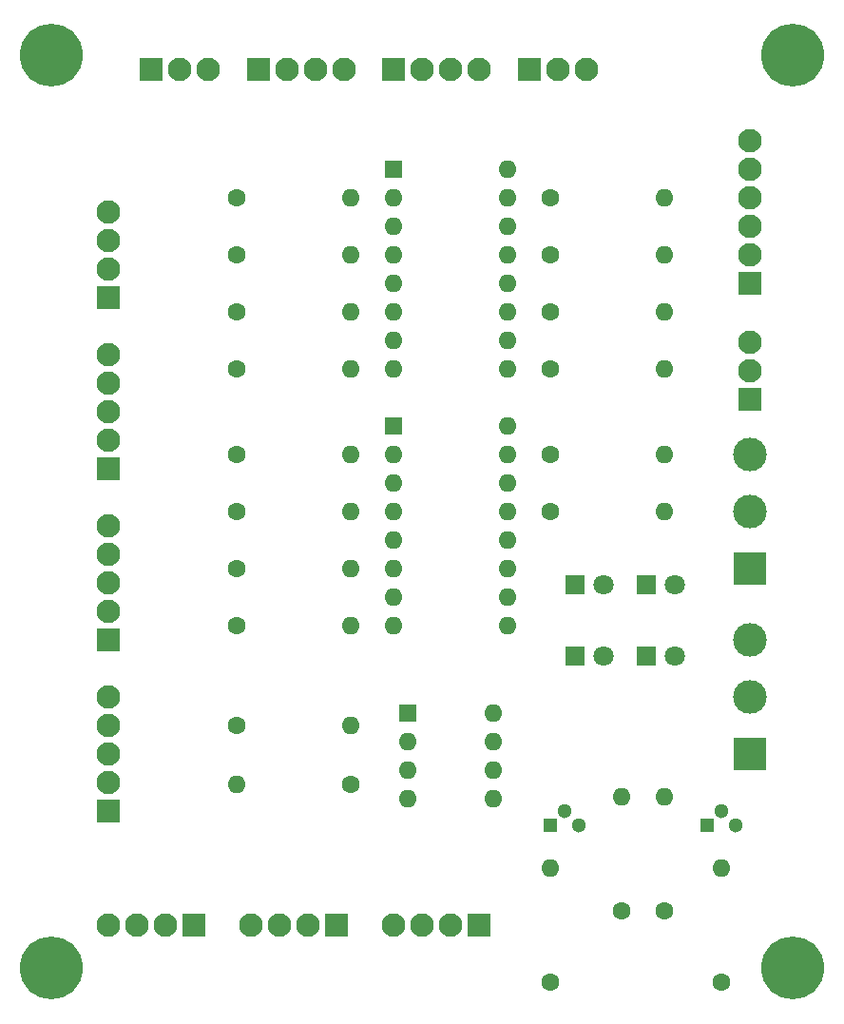
<source format=gbr>
%TF.GenerationSoftware,KiCad,Pcbnew,(6.0.2)*%
%TF.CreationDate,2022-02-22T20:29:46+01:00*%
%TF.ProjectId,fondo,666f6e64-6f2e-46b6-9963-61645f706362,rev?*%
%TF.SameCoordinates,Original*%
%TF.FileFunction,Soldermask,Top*%
%TF.FilePolarity,Negative*%
%FSLAX46Y46*%
G04 Gerber Fmt 4.6, Leading zero omitted, Abs format (unit mm)*
G04 Created by KiCad (PCBNEW (6.0.2)) date 2022-02-22 20:29:46*
%MOMM*%
%LPD*%
G01*
G04 APERTURE LIST*
%ADD10R,3.000000X3.000000*%
%ADD11C,3.000000*%
%ADD12R,1.600000X1.600000*%
%ADD13O,1.600000X1.600000*%
%ADD14C,5.600000*%
%ADD15C,1.600000*%
%ADD16R,2.100000X2.100000*%
%ADD17C,2.100000*%
%ADD18R,1.300000X1.300000*%
%ADD19C,1.300000*%
%ADD20R,1.800000X1.800000*%
%ADD21C,1.800000*%
G04 APERTURE END LIST*
D10*
%TO.C,J0*%
X173990000Y-115428361D03*
D11*
X173990000Y-110348361D03*
X173990000Y-105268361D03*
%TD*%
D12*
%TO.C,U3*%
X143520000Y-111770000D03*
D13*
X143520000Y-114310000D03*
X143520000Y-116850000D03*
X143520000Y-119390000D03*
X151140000Y-119390000D03*
X151140000Y-116850000D03*
X151140000Y-114310000D03*
X151140000Y-111770000D03*
%TD*%
D14*
%TO.C,H4*%
X177800000Y-134478361D03*
%TD*%
D15*
%TO.C,R3*%
X128270000Y-76058361D03*
D13*
X138430000Y-76058361D03*
%TD*%
D16*
%TO.C,J14*%
X137165000Y-130668361D03*
D17*
X134625000Y-130668361D03*
X132085000Y-130668361D03*
X129545000Y-130668361D03*
%TD*%
D18*
%TO.C,Q1*%
X156210000Y-121778361D03*
D19*
X157480000Y-120508361D03*
X158750000Y-121778361D03*
%TD*%
D14*
%TO.C,H2*%
X177800000Y-53198361D03*
%TD*%
D20*
%TO.C,D4*%
X164734775Y-106680000D03*
D21*
X167274775Y-106680000D03*
%TD*%
D15*
%TO.C,R9*%
X128270000Y-88758361D03*
D13*
X138430000Y-88758361D03*
%TD*%
D15*
%TO.C,R11*%
X128270000Y-98918361D03*
D13*
X138430000Y-98918361D03*
%TD*%
D20*
%TO.C,D1*%
X158384775Y-100330000D03*
D21*
X160924775Y-100330000D03*
%TD*%
D18*
%TO.C,Q2*%
X170180000Y-121778361D03*
D19*
X171450000Y-120508361D03*
X172720000Y-121778361D03*
%TD*%
D16*
%TO.C,J13*%
X149860000Y-130668361D03*
D17*
X147320000Y-130668361D03*
X144780000Y-130668361D03*
X142240000Y-130668361D03*
%TD*%
D15*
%TO.C,R4*%
X128270000Y-81138361D03*
D13*
X138430000Y-81138361D03*
%TD*%
D15*
%TO.C,R15*%
X138430000Y-118110000D03*
D13*
X128270000Y-118110000D03*
%TD*%
D15*
%TO.C,R1*%
X128270000Y-65898361D03*
D13*
X138430000Y-65898361D03*
%TD*%
D16*
%TO.C,J6*%
X130170000Y-54468361D03*
D17*
X132710000Y-54468361D03*
X135250000Y-54468361D03*
X137790000Y-54468361D03*
%TD*%
D15*
%TO.C,R2*%
X128270000Y-70978361D03*
D13*
X138430000Y-70978361D03*
%TD*%
D15*
%TO.C,R13*%
X156210000Y-88758361D03*
D13*
X166370000Y-88758361D03*
%TD*%
D16*
%TO.C,J11*%
X173990000Y-83820000D03*
D17*
X173990000Y-81280000D03*
X173990000Y-78740000D03*
%TD*%
D16*
%TO.C,J12*%
X124470000Y-130668361D03*
D17*
X121930000Y-130668361D03*
X119390000Y-130668361D03*
X116850000Y-130668361D03*
%TD*%
D16*
%TO.C,J3*%
X116840000Y-90028361D03*
D17*
X116840000Y-87488361D03*
X116840000Y-84948361D03*
X116840000Y-82408361D03*
X116840000Y-79868361D03*
%TD*%
D15*
%TO.C,R17*%
X156210000Y-135748361D03*
D13*
X156210000Y-125588361D03*
%TD*%
D14*
%TO.C,H1*%
X111760000Y-53198361D03*
%TD*%
D12*
%TO.C,U2*%
X142250000Y-86233361D03*
D13*
X142250000Y-88773361D03*
X142250000Y-91313361D03*
X142250000Y-93853361D03*
X142250000Y-96393361D03*
X142250000Y-98933361D03*
X142250000Y-101473361D03*
X142250000Y-104013361D03*
X152410000Y-104013361D03*
X152410000Y-101473361D03*
X152410000Y-98933361D03*
X152410000Y-96393361D03*
X152410000Y-93853361D03*
X152410000Y-91313361D03*
X152410000Y-88773361D03*
X152410000Y-86233361D03*
%TD*%
D15*
%TO.C,R12*%
X128270000Y-103998361D03*
D13*
X138430000Y-103998361D03*
%TD*%
D15*
%TO.C,R20*%
X166370000Y-129398361D03*
D13*
X166370000Y-119238361D03*
%TD*%
D15*
%TO.C,R10*%
X128270000Y-93838361D03*
D13*
X138430000Y-93838361D03*
%TD*%
D16*
%TO.C,J9*%
X173990000Y-73518361D03*
D17*
X173990000Y-70978361D03*
X173990000Y-68438361D03*
X173990000Y-65898361D03*
X173990000Y-63358361D03*
X173990000Y-60818361D03*
%TD*%
D15*
%TO.C,R6*%
X156210000Y-70978361D03*
D13*
X166370000Y-70978361D03*
%TD*%
D16*
%TO.C,J5*%
X120650000Y-54468361D03*
D17*
X123190000Y-54468361D03*
X125730000Y-54468361D03*
%TD*%
D15*
%TO.C,R14*%
X156210000Y-93838361D03*
D13*
X166370000Y-93838361D03*
%TD*%
D16*
%TO.C,J8*%
X154357992Y-54459946D03*
D17*
X156897992Y-54459946D03*
X159437992Y-54459946D03*
%TD*%
D16*
%TO.C,J4*%
X116840000Y-74793361D03*
D17*
X116840000Y-72253361D03*
X116840000Y-69713361D03*
X116840000Y-67173361D03*
%TD*%
D15*
%TO.C,R19*%
X171450000Y-135748361D03*
D13*
X171450000Y-125588361D03*
%TD*%
D15*
%TO.C,R18*%
X162560000Y-129398361D03*
D13*
X162560000Y-119238361D03*
%TD*%
D12*
%TO.C,U1*%
X142250000Y-63373361D03*
D13*
X142250000Y-65913361D03*
X142250000Y-68453361D03*
X142250000Y-70993361D03*
X142250000Y-73533361D03*
X142250000Y-76073361D03*
X142250000Y-78613361D03*
X142250000Y-81153361D03*
X152410000Y-81153361D03*
X152410000Y-78613361D03*
X152410000Y-76073361D03*
X152410000Y-73533361D03*
X152410000Y-70993361D03*
X152410000Y-68453361D03*
X152410000Y-65913361D03*
X152410000Y-63373361D03*
%TD*%
D16*
%TO.C,J7*%
X142240000Y-54472329D03*
D17*
X144780000Y-54472329D03*
X147320000Y-54472329D03*
X149860000Y-54472329D03*
%TD*%
D10*
%TO.C,J10*%
X173990000Y-98918361D03*
D11*
X173990000Y-93838361D03*
X173990000Y-88758361D03*
%TD*%
D16*
%TO.C,J2*%
X116840000Y-105268361D03*
D17*
X116840000Y-102728361D03*
X116840000Y-100188361D03*
X116840000Y-97648361D03*
X116840000Y-95108361D03*
%TD*%
D15*
%TO.C,R16*%
X128270000Y-112888361D03*
D13*
X138430000Y-112888361D03*
%TD*%
D15*
%TO.C,R5*%
X156210000Y-65898361D03*
D13*
X166370000Y-65898361D03*
%TD*%
D14*
%TO.C,H3*%
X111760000Y-134478361D03*
%TD*%
D20*
%TO.C,D3*%
X158384775Y-106680000D03*
D21*
X160924775Y-106680000D03*
%TD*%
D15*
%TO.C,R8*%
X156210000Y-81138361D03*
D13*
X166370000Y-81138361D03*
%TD*%
D16*
%TO.C,J1*%
X116840000Y-120508361D03*
D17*
X116840000Y-117968361D03*
X116840000Y-115428361D03*
X116840000Y-112888361D03*
X116840000Y-110348361D03*
%TD*%
D15*
%TO.C,R7*%
X156210000Y-76058361D03*
D13*
X166370000Y-76058361D03*
%TD*%
D20*
%TO.C,D2*%
X164734775Y-100330000D03*
D21*
X167274775Y-100330000D03*
%TD*%
M02*

</source>
